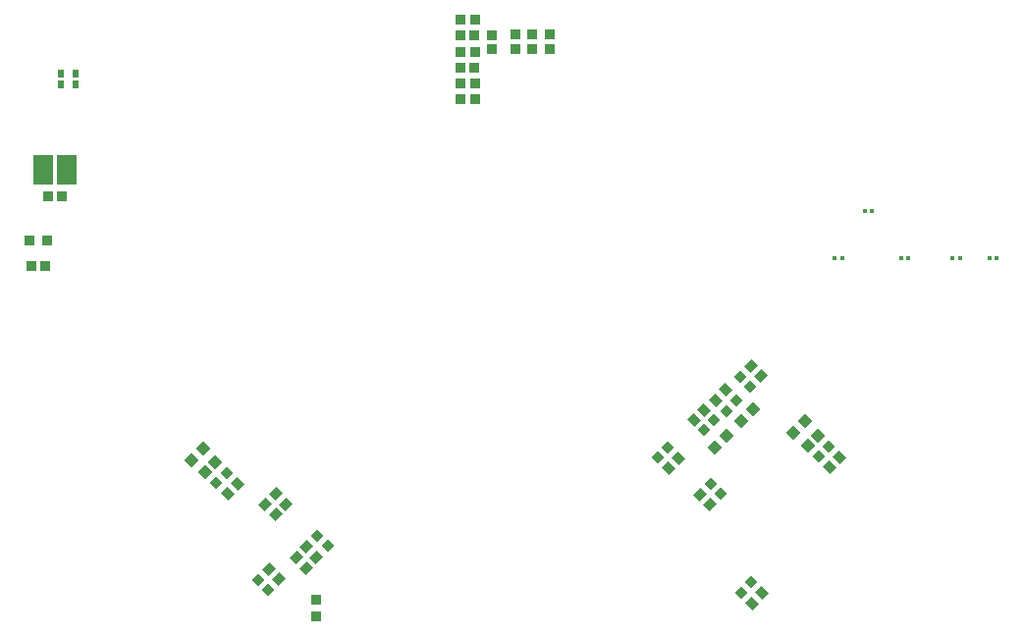
<source format=gbp>
G04*
G04 #@! TF.GenerationSoftware,Altium Limited,Altium Designer,23.5.1 (21)*
G04*
G04 Layer_Color=128*
%FSLAX43Y43*%
%MOMM*%
G71*
G04*
G04 #@! TF.SameCoordinates,3CC85EA5-9251-4F65-83BD-490A156F9735*
G04*
G04*
G04 #@! TF.FilePolarity,Positive*
G04*
G01*
G75*
%ADD29R,0.807X0.858*%
%ADD47R,0.858X0.807*%
%ADD50R,0.958X0.912*%
G04:AMPARAMS|DCode=66|XSize=0.758mm|YSize=0.812mm|CornerRadius=0mm|HoleSize=0mm|Usage=FLASHONLY|Rotation=135.000|XOffset=0mm|YOffset=0mm|HoleType=Round|Shape=Rectangle|*
%AMROTATEDRECTD66*
4,1,4,0.555,0.019,-0.019,-0.555,-0.555,-0.019,0.019,0.555,0.555,0.019,0.0*
%
%ADD66ROTATEDRECTD66*%

G04:AMPARAMS|DCode=67|XSize=0.807mm|YSize=0.858mm|CornerRadius=0mm|HoleSize=0mm|Usage=FLASHONLY|Rotation=135.000|XOffset=0mm|YOffset=0mm|HoleType=Round|Shape=Rectangle|*
%AMROTATEDRECTD67*
4,1,4,0.589,0.018,-0.018,-0.589,-0.589,-0.018,0.018,0.589,0.589,0.018,0.0*
%
%ADD67ROTATEDRECTD67*%

G04:AMPARAMS|DCode=68|XSize=0.85mm|YSize=0.75mm|CornerRadius=0mm|HoleSize=0mm|Usage=FLASHONLY|Rotation=45.000|XOffset=0mm|YOffset=0mm|HoleType=Round|Shape=Rectangle|*
%AMROTATEDRECTD68*
4,1,4,-0.035,-0.566,-0.566,-0.035,0.035,0.566,0.566,0.035,-0.035,-0.566,0.0*
%
%ADD68ROTATEDRECTD68*%

G04:AMPARAMS|DCode=74|XSize=0.807mm|YSize=0.858mm|CornerRadius=0mm|HoleSize=0mm|Usage=FLASHONLY|Rotation=45.000|XOffset=0mm|YOffset=0mm|HoleType=Round|Shape=Rectangle|*
%AMROTATEDRECTD74*
4,1,4,0.018,-0.589,-0.589,0.018,-0.018,0.589,0.589,-0.018,0.018,-0.589,0.0*
%
%ADD74ROTATEDRECTD74*%

%ADD76R,0.450X0.400*%
%ADD176R,0.600X0.800*%
G04:AMPARAMS|DCode=177|XSize=0.905mm|YSize=0.906mm|CornerRadius=0mm|HoleSize=0mm|Usage=FLASHONLY|Rotation=225.000|XOffset=0mm|YOffset=0mm|HoleType=Round|Shape=Rectangle|*
%AMROTATEDRECTD177*
4,1,4,-0.000,0.640,0.640,-0.000,0.000,-0.640,-0.640,0.000,-0.000,0.640,0.0*
%
%ADD177ROTATEDRECTD177*%

%ADD178P,1.344X4X180.0*%
%ADD179R,0.950X0.950*%
%ADD180R,0.806X0.858*%
%ADD181R,0.906X0.905*%
%ADD182R,0.905X0.906*%
%ADD183R,1.703X2.606*%
G04:AMPARAMS|DCode=184|XSize=0.758mm|YSize=0.812mm|CornerRadius=0mm|HoleSize=0mm|Usage=FLASHONLY|Rotation=225.000|XOffset=0mm|YOffset=0mm|HoleType=Round|Shape=Rectangle|*
%AMROTATEDRECTD184*
4,1,4,-0.019,0.555,0.555,-0.019,0.019,-0.555,-0.555,0.019,-0.019,0.555,0.0*
%
%ADD184ROTATEDRECTD184*%

G04:AMPARAMS|DCode=185|XSize=0.85mm|YSize=0.75mm|CornerRadius=0mm|HoleSize=0mm|Usage=FLASHONLY|Rotation=315.000|XOffset=0mm|YOffset=0mm|HoleType=Round|Shape=Rectangle|*
%AMROTATEDRECTD185*
4,1,4,-0.566,0.035,-0.035,0.566,0.566,-0.035,0.035,-0.566,-0.566,0.035,0.0*
%
%ADD185ROTATEDRECTD185*%

D29*
X42799Y58355D02*
D03*
X44051D02*
D03*
X42799Y61115D02*
D03*
X44051D02*
D03*
X7026Y42600D02*
D03*
X5774D02*
D03*
X7208Y48602D02*
D03*
X8459D02*
D03*
D47*
X45525Y61299D02*
D03*
Y62551D02*
D03*
X49012Y61321D02*
D03*
Y62572D02*
D03*
X47525Y61321D02*
D03*
Y62572D02*
D03*
D50*
X7127Y44800D02*
D03*
X5673D02*
D03*
D66*
X64369Y23857D02*
D03*
X65255Y22971D02*
D03*
X67808Y32163D02*
D03*
X66922Y33049D02*
D03*
X26238Y14645D02*
D03*
X25352Y15531D02*
D03*
X31343Y18457D02*
D03*
X30457Y19343D02*
D03*
D67*
X63432Y22920D02*
D03*
X64318Y22034D02*
D03*
X68745Y33101D02*
D03*
X67859Y33986D02*
D03*
X27175Y15583D02*
D03*
X26290Y16468D02*
D03*
X30393Y17507D02*
D03*
X29507Y18393D02*
D03*
X25957Y22053D02*
D03*
X26842Y21168D02*
D03*
D68*
X28633Y17467D02*
D03*
X29517Y16583D02*
D03*
X27725Y22053D02*
D03*
X26841Y22937D02*
D03*
D74*
X65667Y31931D02*
D03*
X64782Y31046D02*
D03*
X74612Y25239D02*
D03*
X75497Y26124D02*
D03*
X67920Y13504D02*
D03*
X68805Y14389D02*
D03*
X61625Y26059D02*
D03*
X60740Y25174D02*
D03*
X22707Y22957D02*
D03*
X23593Y23843D02*
D03*
D76*
X89050Y43300D02*
D03*
X88400Y43300D02*
D03*
X85875Y43300D02*
D03*
X85225Y43300D02*
D03*
X80775Y43300D02*
D03*
X81425D02*
D03*
X78300Y47400D02*
D03*
X77650Y47400D02*
D03*
X75700Y43300D02*
D03*
X75050D02*
D03*
D176*
X9650Y59250D02*
D03*
X8350D02*
D03*
X9650Y58250D02*
D03*
X8350D02*
D03*
D177*
X20750Y24875D02*
D03*
X21600Y25725D02*
D03*
X72738Y27149D02*
D03*
X73587Y27998D02*
D03*
D178*
X68053Y30251D02*
D03*
X67028Y29225D02*
D03*
X64737Y26962D02*
D03*
X65763Y27988D02*
D03*
X71518Y28193D02*
D03*
X72543Y29218D02*
D03*
X19562Y25837D02*
D03*
X20588Y26863D02*
D03*
D179*
X30325Y13850D02*
D03*
X30325Y12400D02*
D03*
D180*
X42799Y56975D02*
D03*
X44051D02*
D03*
X42799Y63875D02*
D03*
X44051D02*
D03*
D181*
X50525Y61370D02*
D03*
Y62571D02*
D03*
D182*
X42824Y59760D02*
D03*
X44026D02*
D03*
X42824Y62520D02*
D03*
X44026D02*
D03*
D183*
X6783Y50902D02*
D03*
X8884D02*
D03*
D184*
X66605Y30995D02*
D03*
X65718Y30108D02*
D03*
X63790Y28461D02*
D03*
X64677Y29347D02*
D03*
X73674Y26176D02*
D03*
X74560Y27062D02*
D03*
X66982Y14441D02*
D03*
X67868Y15327D02*
D03*
X60689Y26997D02*
D03*
X59802Y26110D02*
D03*
X21732Y23907D02*
D03*
X22618Y24793D02*
D03*
D185*
X63809Y30212D02*
D03*
X62925Y29329D02*
D03*
M02*

</source>
